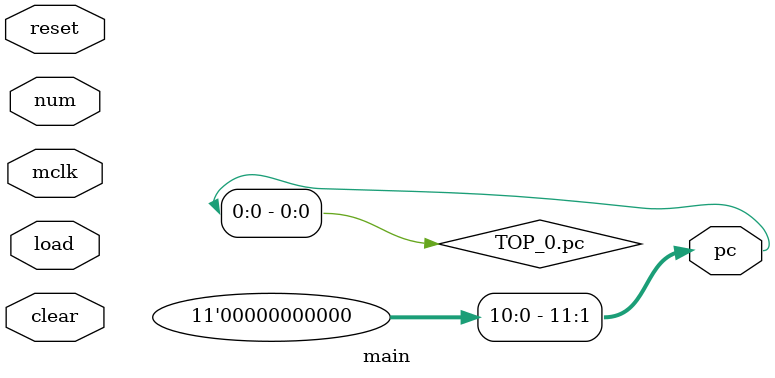
<source format=v>
`timescale 1ns / 1ps


module main(
    input mclk,
    input reset,
    input load,
    input clear,
    input [11:0] num,
    output [11:0] pc
    );
    TOP TOP_0(mclk,reset,load,clear,num);
    assign pc=TOP_0.pc;
endmodule

</source>
